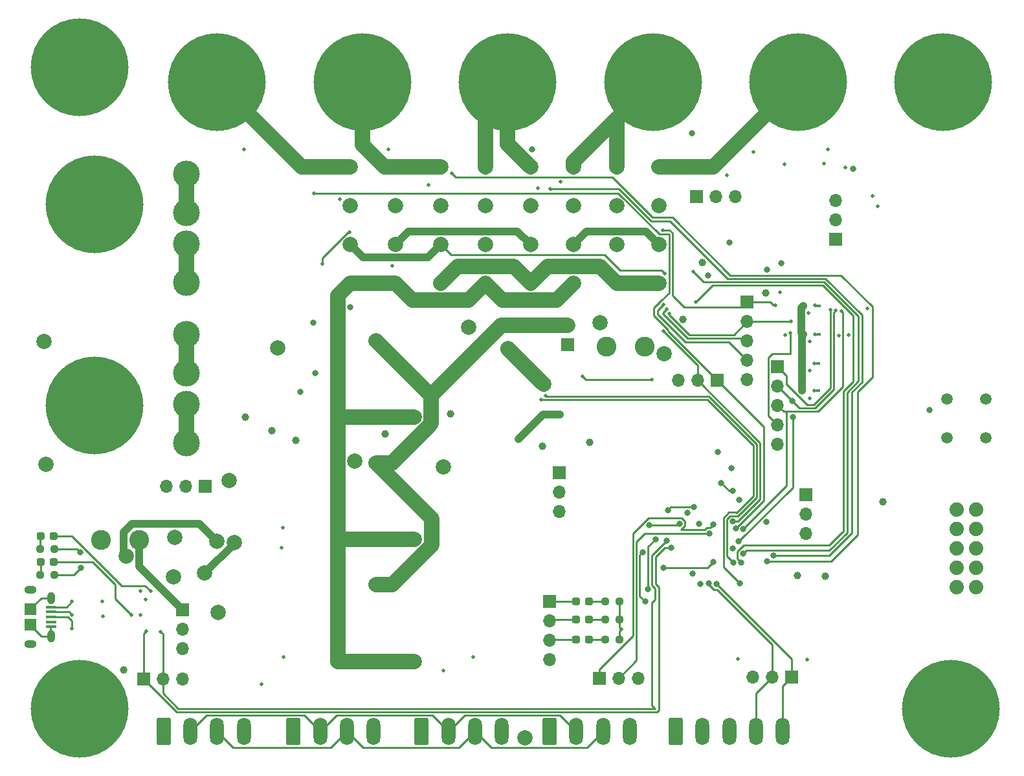
<source format=gbr>
%TF.GenerationSoftware,KiCad,Pcbnew,7.0.9-7.0.9~ubuntu22.04.1*%
%TF.CreationDate,2023-11-29T19:20:39+01:00*%
%TF.ProjectId,battery-management-system,62617474-6572-4792-9d6d-616e6167656d,rev?*%
%TF.SameCoordinates,Original*%
%TF.FileFunction,Copper,L1,Top*%
%TF.FilePolarity,Positive*%
%FSLAX46Y46*%
G04 Gerber Fmt 4.6, Leading zero omitted, Abs format (unit mm)*
G04 Created by KiCad (PCBNEW 7.0.9-7.0.9~ubuntu22.04.1) date 2023-11-29 19:20:39*
%MOMM*%
%LPD*%
G01*
G04 APERTURE LIST*
G04 Aperture macros list*
%AMRoundRect*
0 Rectangle with rounded corners*
0 $1 Rounding radius*
0 $2 $3 $4 $5 $6 $7 $8 $9 X,Y pos of 4 corners*
0 Add a 4 corners polygon primitive as box body*
4,1,4,$2,$3,$4,$5,$6,$7,$8,$9,$2,$3,0*
0 Add four circle primitives for the rounded corners*
1,1,$1+$1,$2,$3*
1,1,$1+$1,$4,$5*
1,1,$1+$1,$6,$7*
1,1,$1+$1,$8,$9*
0 Add four rect primitives between the rounded corners*
20,1,$1+$1,$2,$3,$4,$5,0*
20,1,$1+$1,$4,$5,$6,$7,0*
20,1,$1+$1,$6,$7,$8,$9,0*
20,1,$1+$1,$8,$9,$2,$3,0*%
G04 Aperture macros list end*
%TA.AperFunction,ComponentPad*%
%ADD10C,3.500000*%
%TD*%
%TA.AperFunction,SMDPad,CuDef*%
%ADD11RoundRect,0.237500X0.250000X0.237500X-0.250000X0.237500X-0.250000X-0.237500X0.250000X-0.237500X0*%
%TD*%
%TA.AperFunction,ComponentPad*%
%ADD12C,2.000000*%
%TD*%
%TA.AperFunction,ComponentPad*%
%ADD13RoundRect,0.250000X-0.650000X-1.550000X0.650000X-1.550000X0.650000X1.550000X-0.650000X1.550000X0*%
%TD*%
%TA.AperFunction,ComponentPad*%
%ADD14O,1.800000X3.600000*%
%TD*%
%TA.AperFunction,SMDPad,CuDef*%
%ADD15R,0.600000X0.450000*%
%TD*%
%TA.AperFunction,SMDPad,CuDef*%
%ADD16RoundRect,0.237500X0.287500X0.237500X-0.287500X0.237500X-0.287500X-0.237500X0.287500X-0.237500X0*%
%TD*%
%TA.AperFunction,ComponentPad*%
%ADD17C,6.800000*%
%TD*%
%TA.AperFunction,SMDPad,CuDef*%
%ADD18C,12.800000*%
%TD*%
%TA.AperFunction,ComponentPad*%
%ADD19R,1.700000X1.700000*%
%TD*%
%TA.AperFunction,ComponentPad*%
%ADD20O,1.700000X1.700000*%
%TD*%
%TA.AperFunction,ComponentPad*%
%ADD21C,1.500000*%
%TD*%
%TA.AperFunction,ComponentPad*%
%ADD22C,2.600000*%
%TD*%
%TA.AperFunction,SMDPad,CuDef*%
%ADD23RoundRect,0.237500X-0.250000X-0.237500X0.250000X-0.237500X0.250000X0.237500X-0.250000X0.237500X0*%
%TD*%
%TA.AperFunction,ComponentPad*%
%ADD24C,12.800000*%
%TD*%
%TA.AperFunction,ComponentPad*%
%ADD25C,1.879600*%
%TD*%
%TA.AperFunction,SMDPad,CuDef*%
%ADD26R,1.350000X0.400000*%
%TD*%
%TA.AperFunction,ComponentPad*%
%ADD27O,1.000000X1.600000*%
%TD*%
%TA.AperFunction,ComponentPad*%
%ADD28O,1.600000X1.000000*%
%TD*%
%TA.AperFunction,SMDPad,CuDef*%
%ADD29R,1.550000X1.500000*%
%TD*%
%TA.AperFunction,ViaPad*%
%ADD30C,0.800000*%
%TD*%
%TA.AperFunction,ViaPad*%
%ADD31C,0.500000*%
%TD*%
%TA.AperFunction,ViaPad*%
%ADD32C,1.000000*%
%TD*%
%TA.AperFunction,ViaPad*%
%ADD33C,2.000000*%
%TD*%
%TA.AperFunction,Conductor*%
%ADD34C,0.250000*%
%TD*%
%TA.AperFunction,Conductor*%
%ADD35C,1.000000*%
%TD*%
%TA.AperFunction,Conductor*%
%ADD36C,2.000000*%
%TD*%
G04 APERTURE END LIST*
D10*
%TO.P,F1,1*%
%TO.N,Net-(J6-Pin_1)*%
X42000000Y-42000000D03*
X42000000Y-47080000D03*
%TO.P,F1,2*%
%TO.N,Net-(D13-K)*%
X42000000Y-51140000D03*
X42000000Y-56220000D03*
%TD*%
D11*
%TO.P,R19,1*%
%TO.N,/5V_USB*%
X24712500Y-94500000D03*
%TO.P,R19,2*%
%TO.N,Net-(D7-A)*%
X22887500Y-94500000D03*
%TD*%
D12*
%TO.P,SW6,1,-*%
%TO.N,/Battery Pack/CELL3_MINUS*%
X87000000Y-41080000D03*
%TO.P,SW6,2,+*%
%TO.N,/5V*%
X87000000Y-46160000D03*
%TO.P,SW6,6,-*%
%TO.N,/Cell Balancing/CELL3*%
X87000000Y-51240000D03*
%TO.P,SW6,7,+*%
%TO.N,Net-(Q11-S)*%
X87000000Y-56320000D03*
%TD*%
D13*
%TO.P,J9,1,Pin_1*%
%TO.N,GND*%
X106000000Y-115000000D03*
D14*
%TO.P,J9,2,Pin_2*%
%TO.N,/5V*%
X109500000Y-115000000D03*
%TO.P,J9,3,Pin_3*%
%TO.N,/5V_EXT*%
X113000000Y-115000000D03*
%TO.P,J9,4,Pin_4*%
%TO.N,/Interconnect/UART_RX*%
X116500000Y-115000000D03*
%TO.P,J9,5,Pin_5*%
%TO.N,/Interconnect/UART_TX*%
X120000000Y-115000000D03*
%TD*%
D15*
%TO.P,D17,1,K*%
%TO.N,/5V*%
X122650000Y-63000000D03*
%TO.P,D17,2,A*%
%TO.N,/Cell Balancing/CELL2*%
X124750000Y-63000000D03*
%TD*%
D13*
%TO.P,J18,1,Pin_1*%
%TO.N,/3V3*%
X89500000Y-115000000D03*
D14*
%TO.P,J18,2,Pin_2*%
%TO.N,/MCU/SCL*%
X93000000Y-115000000D03*
%TO.P,J18,3,Pin_3*%
%TO.N,/MCU/SDA*%
X96500000Y-115000000D03*
%TO.P,J18,4,Pin_4*%
%TO.N,GND*%
X100000000Y-115000000D03*
%TD*%
D16*
%TO.P,D7,1,K*%
%TO.N,Net-(D7-K)*%
X24675000Y-92800000D03*
%TO.P,D7,2,A*%
%TO.N,Net-(D7-A)*%
X22925000Y-92800000D03*
%TD*%
D13*
%TO.P,J15,1,Pin_1*%
%TO.N,/3V3*%
X39000000Y-115000000D03*
D14*
%TO.P,J15,2,Pin_2*%
%TO.N,/MCU/SCL*%
X42500000Y-115000000D03*
%TO.P,J15,3,Pin_3*%
%TO.N,/MCU/SDA*%
X46000000Y-115000000D03*
%TO.P,J15,4,Pin_4*%
%TO.N,GND*%
X49500000Y-115000000D03*
%TD*%
D17*
%TO.P,J5,1,Pin_1*%
%TO.N,/Battery Pack/CELL1_MINUS*%
X122000000Y-30000000D03*
D18*
X122000000Y-30000000D03*
%TD*%
D16*
%TO.P,D6,1,K*%
%TO.N,Net-(D6-K)*%
X24675000Y-89400000D03*
%TO.P,D6,2,A*%
%TO.N,Net-(D6-A)*%
X22925000Y-89400000D03*
%TD*%
D19*
%TO.P,J19,1,Pin_1*%
%TO.N,/CHARGE*%
X111400000Y-69000000D03*
D20*
%TO.P,J19,2,Pin_2*%
%TO.N,/DISCHARGE*%
X108860000Y-69000000D03*
%TO.P,J19,3,Pin_3*%
%TO.N,GND*%
X106320000Y-69000000D03*
%TD*%
D12*
%TO.P,SW3,1,-*%
%TO.N,/Battery Pack/CELL2_MINUS*%
X98300000Y-41080000D03*
%TO.P,SW3,2,+*%
%TO.N,/5V*%
X98300000Y-46160000D03*
%TO.P,SW3,6,-*%
%TO.N,/Cell Balancing/CELL2*%
X98300000Y-51240000D03*
%TO.P,SW3,7,+*%
%TO.N,Net-(Q11-S)*%
X98300000Y-56320000D03*
%TD*%
D10*
%TO.P,F2,1*%
%TO.N,Net-(J10-Pin_1)*%
X42000000Y-63000000D03*
X42000000Y-68080000D03*
%TO.P,F2,2*%
%TO.N,Net-(D14-K)*%
X42000000Y-72140000D03*
X42000000Y-77220000D03*
%TD*%
D21*
%TO.P,RESET1,1,A*%
%TO.N,GND*%
X146540000Y-76540000D03*
%TO.P,RESET1,2,A*%
X146540000Y-71460000D03*
%TO.P,RESET1,3,B*%
%TO.N,/MCU/NRST*%
X141460000Y-76540000D03*
%TO.P,RESET1,4,B*%
X141460000Y-71460000D03*
%TD*%
D12*
%TO.P,C32,1*%
%TO.N,/BALANCE_CAP_MINUS_RAW*%
X66800000Y-95800000D03*
%TO.P,C32,2*%
%TO.N,/BALANCE_CAP_PLUS_RAW*%
X61800000Y-105800000D03*
%TO.P,C32,3*%
X71800000Y-105800000D03*
%TD*%
D15*
%TO.P,D18,1,K*%
%TO.N,/5V*%
X122550000Y-66800000D03*
%TO.P,D18,2,A*%
%TO.N,/Cell Balancing/CELL3*%
X124650000Y-66800000D03*
%TD*%
D17*
%TO.P,J1,1,Pin_1*%
%TO.N,/Battery Pack/PACK*%
X46000000Y-30000000D03*
D18*
X46000000Y-30000000D03*
%TD*%
D17*
%TO.P,J10,1,Pin_1*%
%TO.N,Net-(J10-Pin_1)*%
X30000000Y-72300000D03*
D18*
X30000000Y-72300000D03*
%TD*%
D22*
%TO.P,L1,1,1*%
%TO.N,Net-(J24-Pin_1)*%
X35800000Y-89900000D03*
%TO.P,L1,2,2*%
%TO.N,Net-(U1-SW)*%
X30800000Y-89900000D03*
%TD*%
D15*
%TO.P,D19,1,K*%
%TO.N,/5V*%
X122550000Y-70400000D03*
%TO.P,D19,2,A*%
%TO.N,/Cell Balancing/CELL4*%
X124650000Y-70400000D03*
%TD*%
D12*
%TO.P,C30,1*%
%TO.N,/BALANCE_CAP_MINUS_RAW*%
X66800000Y-63800000D03*
%TO.P,C30,2*%
%TO.N,/BALANCE_CAP_PLUS_RAW*%
X61800000Y-73800000D03*
%TO.P,C30,3*%
X71800000Y-73800000D03*
%TD*%
%TO.P,SW1,1,-*%
%TO.N,/Battery Pack/CELL1_MINUS*%
X103800000Y-41080000D03*
%TO.P,SW1,2,+*%
%TO.N,/5V*%
X103800000Y-46160000D03*
%TO.P,SW1,6,-*%
%TO.N,/Cell Balancing/CELL1*%
X103800000Y-51240000D03*
%TO.P,SW1,7,+*%
%TO.N,Net-(Q11-S)*%
X103800000Y-56320000D03*
%TD*%
D19*
%TO.P,J22,1,Pin_1*%
%TO.N,/EN_CELL_BALANCING*%
X119300000Y-67200000D03*
D20*
%TO.P,J22,2,Pin_2*%
%TO.N,/CELL_BALANCING_A0*%
X119300000Y-69740000D03*
%TO.P,J22,3,Pin_3*%
%TO.N,/CELL_BALANCING_A1*%
X119300000Y-72280000D03*
%TO.P,J22,4,Pin_4*%
%TO.N,/LIMIT_BALANCING_CURRENT*%
X119300000Y-74820000D03*
%TO.P,J22,5,Pin_5*%
%TO.N,GND*%
X119300000Y-77360000D03*
%TD*%
D16*
%TO.P,D10,1,K*%
%TO.N,Net-(D10-K)*%
X94675000Y-97960000D03*
%TO.P,D10,2,A*%
%TO.N,/MCU/LED1*%
X92925000Y-97960000D03*
%TD*%
D19*
%TO.P,J11,1,Pin_1*%
%TO.N,/MCU/SCL*%
X95975000Y-108000000D03*
D20*
%TO.P,J11,2,Pin_2*%
%TO.N,/MCU/SDA*%
X98515000Y-108000000D03*
%TO.P,J11,3,Pin_3*%
%TO.N,GND*%
X101055000Y-108000000D03*
%TD*%
D23*
%TO.P,R32,1*%
%TO.N,Net-(D10-K)*%
X96787500Y-97960000D03*
%TO.P,R32,2*%
%TO.N,GND*%
X98612500Y-97960000D03*
%TD*%
D19*
%TO.P,J12,1,Pin_1*%
%TO.N,/3V3*%
X123000000Y-84000000D03*
D20*
%TO.P,J12,2,Pin_2*%
%TO.N,Net-(J12-Pin_2)*%
X123000000Y-86540000D03*
%TO.P,J12,3,Pin_3*%
%TO.N,GND*%
X123000000Y-89080000D03*
%TD*%
D13*
%TO.P,J17,1,Pin_1*%
%TO.N,/3V3*%
X72767500Y-115000000D03*
D14*
%TO.P,J17,2,Pin_2*%
%TO.N,/MCU/SCL*%
X76267500Y-115000000D03*
%TO.P,J17,3,Pin_3*%
%TO.N,/MCU/SDA*%
X79767500Y-115000000D03*
%TO.P,J17,4,Pin_4*%
%TO.N,GND*%
X83267500Y-115000000D03*
%TD*%
D12*
%TO.P,C31,1*%
%TO.N,/BALANCE_CAP_MINUS_RAW*%
X66800000Y-79800000D03*
%TO.P,C31,2*%
%TO.N,/BALANCE_CAP_PLUS_RAW*%
X61800000Y-89800000D03*
%TO.P,C31,3*%
X71800000Y-89800000D03*
%TD*%
D19*
%TO.P,J23,1,Pin_1*%
%TO.N,Net-(J23-Pin_1)*%
X91900000Y-64375000D03*
D20*
%TO.P,J23,2,Pin_2*%
%TO.N,/BALANCE_CAP_MINUS_RAW*%
X91900000Y-61835000D03*
%TD*%
D13*
%TO.P,J16,1,Pin_1*%
%TO.N,/3V3*%
X56000000Y-115000000D03*
D14*
%TO.P,J16,2,Pin_2*%
%TO.N,/MCU/SCL*%
X59500000Y-115000000D03*
%TO.P,J16,3,Pin_3*%
%TO.N,/MCU/SDA*%
X63000000Y-115000000D03*
%TO.P,J16,4,Pin_4*%
%TO.N,GND*%
X66500000Y-115000000D03*
%TD*%
D19*
%TO.P,J21,1,Pin_1*%
%TO.N,/MCU/UART_USB_TX*%
X36400000Y-108100000D03*
D20*
%TO.P,J21,2,Pin_2*%
%TO.N,/MCU/UART_USB_RX*%
X38940000Y-108100000D03*
%TO.P,J21,3,Pin_3*%
%TO.N,GND*%
X41480000Y-108100000D03*
%TD*%
D19*
%TO.P,J14,1,Pin_1*%
%TO.N,Net-(J14-Pin_1)*%
X44425000Y-82900000D03*
D20*
%TO.P,J14,2,Pin_2*%
%TO.N,/-5V*%
X41885000Y-82900000D03*
%TO.P,J14,3,Pin_3*%
%TO.N,GND*%
X39345000Y-82900000D03*
%TD*%
D17*
%TO.P,J6,1,Pin_1*%
%TO.N,Net-(J6-Pin_1)*%
X30000000Y-46000000D03*
D18*
X30000000Y-46000000D03*
%TD*%
D19*
%TO.P,J24,1,Pin_1*%
%TO.N,Net-(J24-Pin_1)*%
X41500000Y-99075000D03*
D20*
%TO.P,J24,2,Pin_2*%
%TO.N,/3V3*%
X41500000Y-101615000D03*
%TO.P,J24,3,Pin_3*%
%TO.N,GND*%
X41500000Y-104155000D03*
%TD*%
D11*
%TO.P,R18,1*%
%TO.N,/5V_USB*%
X24712500Y-91100000D03*
%TO.P,R18,2*%
%TO.N,Net-(D6-A)*%
X22887500Y-91100000D03*
%TD*%
D17*
%TO.P,J3,1,Pin_1*%
%TO.N,/Battery Pack/CELL3_MINUS*%
X84000000Y-30000000D03*
D18*
X84000000Y-30000000D03*
%TD*%
D19*
%TO.P,J20,1,Pin_1*%
%TO.N,/Interconnect/UART_TX*%
X121125000Y-107900000D03*
D20*
%TO.P,J20,2,Pin_2*%
%TO.N,/Interconnect/UART_RX*%
X118585000Y-107900000D03*
%TO.P,J20,3,Pin_3*%
%TO.N,GND*%
X116045000Y-107900000D03*
%TD*%
D24*
%TO.P,H2,1,1*%
%TO.N,GND*%
X28000000Y-112000000D03*
%TD*%
D23*
%TO.P,R34,1*%
%TO.N,Net-(D12-K)*%
X96787500Y-102960000D03*
%TO.P,R34,2*%
%TO.N,GND*%
X98612500Y-102960000D03*
%TD*%
D24*
%TO.P,H3,1,1*%
%TO.N,GND*%
X142000000Y-112000000D03*
%TD*%
D16*
%TO.P,D11,1,K*%
%TO.N,Net-(D11-K)*%
X94675000Y-100360000D03*
%TO.P,D11,2,A*%
%TO.N,/MCU/LED2*%
X92925000Y-100360000D03*
%TD*%
D12*
%TO.P,SW2,1,-*%
%TO.N,/Battery Pack/CELL2_MINUS*%
X92600000Y-41080000D03*
%TO.P,SW2,2,+*%
%TO.N,/5V*%
X92600000Y-46160000D03*
%TO.P,SW2,6,-*%
%TO.N,/Cell Balancing/CELL1*%
X92600000Y-51240000D03*
%TO.P,SW2,7,+*%
%TO.N,/BALANCE_CAP_PLUS_RAW*%
X92600000Y-56320000D03*
%TD*%
D25*
%TO.P,U5,GND@1,GND*%
%TO.N,GND*%
X142730000Y-88460000D03*
%TO.P,U5,GND@2,GND*%
X142730000Y-91000000D03*
%TO.P,U5,GND@3,GND*%
X142730000Y-96080000D03*
%TO.P,U5,RESET,RESET*%
%TO.N,/MCU/NRST*%
X145270000Y-96080000D03*
%TO.P,U5,RXI,RXI*%
%TO.N,unconnected-(U5-PadRXI)*%
X142730000Y-93540000D03*
%TO.P,U5,SWCLK,SWCLK*%
%TO.N,/MCU/SWCLK*%
X145270000Y-88460000D03*
%TO.P,U5,SWDIO,SWDIO*%
%TO.N,/MCU/SWDIO*%
X145270000Y-85920000D03*
%TO.P,U5,SWO,SWO*%
%TO.N,unconnected-(U5-PadSWO)*%
X145270000Y-91000000D03*
%TO.P,U5,TXO,TXO*%
%TO.N,unconnected-(U5-PadTXO)*%
X145270000Y-93540000D03*
%TO.P,U5,VREF,VREF*%
%TO.N,/3V3*%
X142730000Y-85920000D03*
%TD*%
D17*
%TO.P,J2,1,Pin_1*%
%TO.N,/Battery Pack/CELL4_MINUS*%
X65000000Y-30000000D03*
D18*
X65000000Y-30000000D03*
%TD*%
D22*
%TO.P,L2,1,1*%
%TO.N,Net-(J25-Pin_1)*%
X101900000Y-64600000D03*
%TO.P,L2,2,2*%
%TO.N,Net-(U2-SW)*%
X96900000Y-64600000D03*
%TD*%
D19*
%TO.P,J13,1,Pin_1*%
%TO.N,/MCU/LED1*%
X89500000Y-97960000D03*
D20*
%TO.P,J13,2,Pin_2*%
%TO.N,/MCU/LED2*%
X89500000Y-100500000D03*
%TO.P,J13,3,Pin_3*%
%TO.N,/MCU/LED3*%
X89500000Y-103040000D03*
%TO.P,J13,4,Pin_4*%
%TO.N,GND*%
X89500000Y-105580000D03*
%TD*%
D15*
%TO.P,D16,1,K*%
%TO.N,/5V*%
X122650000Y-59300000D03*
%TO.P,D16,2,A*%
%TO.N,/Cell Balancing/CELL1*%
X124750000Y-59300000D03*
%TD*%
D19*
%TO.P,J26,1,Pin_1*%
%TO.N,Net-(D25-K)*%
X108675000Y-45000000D03*
D20*
%TO.P,J26,2,Pin_2*%
%TO.N,/18V*%
X111215000Y-45000000D03*
%TO.P,J26,3,Pin_3*%
%TO.N,GND*%
X113755000Y-45000000D03*
%TD*%
D23*
%TO.P,R33,1*%
%TO.N,Net-(D11-K)*%
X96787500Y-100360000D03*
%TO.P,R33,2*%
%TO.N,GND*%
X98612500Y-100360000D03*
%TD*%
D16*
%TO.P,D12,1,K*%
%TO.N,Net-(D12-K)*%
X94675000Y-102960000D03*
%TO.P,D12,2,A*%
%TO.N,/MCU/LED3*%
X92925000Y-102960000D03*
%TD*%
D26*
%TO.P,J7,1,VCC*%
%TO.N,Net-(J7-VCC)*%
X24275000Y-98700000D03*
%TO.P,J7,2,D-*%
%TO.N,Net-(J7-D-)*%
X24275000Y-99350000D03*
%TO.P,J7,3,D+*%
%TO.N,Net-(J7-D+)*%
X24275000Y-100000000D03*
%TO.P,J7,4,ID*%
%TO.N,unconnected-(J7-ID-Pad4)*%
X24275000Y-100650000D03*
%TO.P,J7,5,GND*%
%TO.N,GND*%
X24275000Y-101300000D03*
D27*
%TO.P,J7,S1,SHIELD*%
X24300000Y-97500000D03*
%TO.P,J7,S2,SHIELD*%
X24300000Y-102500000D03*
D28*
%TO.P,J7,S3,SHIELD*%
X21600000Y-96475000D03*
D29*
%TO.P,J7,S4,SHIELD*%
X21600000Y-99000000D03*
%TO.P,J7,S5,SHIELD*%
X21600000Y-101000000D03*
D28*
%TO.P,J7,S6,SHIELD*%
X21600000Y-103525000D03*
%TD*%
D17*
%TO.P,J8,1,Pin_1*%
%TO.N,GND*%
X141000000Y-30000000D03*
D18*
X141000000Y-30000000D03*
%TD*%
D19*
%TO.P,J27,1,Pin_1*%
%TO.N,/Cell Balancing/CELL1*%
X115300000Y-58800000D03*
D20*
%TO.P,J27,2,Pin_2*%
%TO.N,/Cell Balancing/CELL2*%
X115300000Y-61340000D03*
%TO.P,J27,3,Pin_3*%
%TO.N,/Cell Balancing/CELL3*%
X115300000Y-63880000D03*
%TO.P,J27,4,Pin_4*%
%TO.N,/Cell Balancing/CELL4*%
X115300000Y-66420000D03*
%TO.P,J27,5,Pin_5*%
%TO.N,GND*%
X115300000Y-68960000D03*
%TD*%
D12*
%TO.P,SW7,1,-*%
%TO.N,/Battery Pack/PACK*%
X63400000Y-41080000D03*
%TO.P,SW7,2,+*%
%TO.N,/5V*%
X63400000Y-46160000D03*
%TO.P,SW7,6,-*%
%TO.N,/Cell Balancing/CELL4*%
X63400000Y-51240000D03*
%TO.P,SW7,7,+*%
%TO.N,/BALANCE_CAP_PLUS_RAW*%
X63400000Y-56320000D03*
%TD*%
%TO.P,SW8,1,-*%
%TO.N,/Battery Pack/CELL4_MINUS*%
X75300000Y-41080000D03*
%TO.P,SW8,2,+*%
%TO.N,/5V*%
X75300000Y-46160000D03*
%TO.P,SW8,6,-*%
%TO.N,/Cell Balancing/CELL4*%
X75300000Y-51240000D03*
%TO.P,SW8,7,+*%
%TO.N,Net-(Q11-S)*%
X75300000Y-56320000D03*
%TD*%
D17*
%TO.P,J4,1,Pin_1*%
%TO.N,/Battery Pack/CELL2_MINUS*%
X103000000Y-30000000D03*
D18*
X103000000Y-30000000D03*
%TD*%
D24*
%TO.P,H1,1,1*%
%TO.N,GND*%
X28000000Y-28000000D03*
%TD*%
D19*
%TO.P,J28,1,Pin_1*%
%TO.N,/Power Supply/9V4*%
X126900000Y-50525000D03*
D20*
%TO.P,J28,2,Pin_2*%
%TO.N,Net-(D24-A)*%
X126900000Y-47985000D03*
%TO.P,J28,3,Pin_3*%
%TO.N,GND*%
X126900000Y-45445000D03*
%TD*%
D12*
%TO.P,SW5,1,-*%
%TO.N,/Battery Pack/CELL4_MINUS*%
X69300000Y-41080000D03*
%TO.P,SW5,2,+*%
%TO.N,/5V*%
X69300000Y-46160000D03*
%TO.P,SW5,6,-*%
%TO.N,/Cell Balancing/CELL3*%
X69300000Y-51240000D03*
%TO.P,SW5,7,+*%
%TO.N,/BALANCE_CAP_PLUS_RAW*%
X69300000Y-56320000D03*
%TD*%
%TO.P,SW4,1,-*%
%TO.N,/Battery Pack/CELL3_MINUS*%
X81100000Y-41080000D03*
%TO.P,SW4,2,+*%
%TO.N,/5V*%
X81100000Y-46160000D03*
%TO.P,SW4,6,-*%
%TO.N,/Cell Balancing/CELL2*%
X81100000Y-51240000D03*
%TO.P,SW4,7,+*%
%TO.N,/BALANCE_CAP_PLUS_RAW*%
X81100000Y-56320000D03*
%TD*%
D19*
%TO.P,J25,1,Pin_1*%
%TO.N,Net-(J25-Pin_1)*%
X90800000Y-81100000D03*
D20*
%TO.P,J25,2,Pin_2*%
%TO.N,Net-(D20-A)*%
X90800000Y-83640000D03*
%TO.P,J25,3,Pin_3*%
%TO.N,GND*%
X90800000Y-86180000D03*
%TD*%
D30*
%TO.N,/-5V*%
X58800000Y-68100000D03*
D31*
X120200000Y-40700000D03*
X88000000Y-43900000D03*
X73700000Y-43400000D03*
X128212483Y-41187517D03*
D32*
X49700000Y-73800000D03*
D33*
%TO.N,GND*%
X23400000Y-63900000D03*
D30*
X129239831Y-41301484D03*
D32*
X56300000Y-76900000D03*
X88537715Y-77662285D03*
D31*
X123500000Y-67700000D03*
D30*
X87200000Y-38800000D03*
X114264751Y-84638705D03*
X109200000Y-95700000D03*
D31*
X68900000Y-54000000D03*
X120300000Y-63100000D03*
X31000000Y-98000000D03*
X36700000Y-97700000D03*
D33*
X96100000Y-61500000D03*
D32*
X109500000Y-53600000D03*
D30*
X108100000Y-36700000D03*
X63405799Y-59406299D03*
D33*
X40340820Y-94769001D03*
D32*
X133131250Y-84931250D03*
D31*
X125400000Y-40600000D03*
D32*
X125600000Y-94700000D03*
D30*
X117900000Y-54525500D03*
D31*
X112675500Y-42149500D03*
D32*
X76500000Y-73400000D03*
D30*
X58600000Y-61500000D03*
D31*
X131100000Y-59600000D03*
D30*
X113315825Y-80528022D03*
D33*
X78873498Y-62035134D03*
D31*
X36000000Y-99700000D03*
X123500000Y-63900000D03*
D32*
X53200000Y-75600000D03*
D33*
X23600000Y-80000000D03*
D30*
X109042185Y-87772866D03*
D31*
X123400000Y-60200000D03*
X123500000Y-71400000D03*
X128600000Y-63100000D03*
X62100000Y-45300000D03*
X75595000Y-107000000D03*
D32*
X94700000Y-77100000D03*
D33*
X40431250Y-89568750D03*
D31*
X54695000Y-105242500D03*
X98903721Y-101596279D03*
X116200000Y-39100000D03*
X31100000Y-99900000D03*
D33*
X104483099Y-65560855D03*
D31*
X49500000Y-38800000D03*
D30*
X113480106Y-90986171D03*
D33*
X46156547Y-99374500D03*
D31*
X54600000Y-88300000D03*
X68400000Y-38800000D03*
D33*
%TO.N,Net-(U1-SW)*%
X46000000Y-90100000D03*
X34080141Y-92053512D03*
D30*
%TO.N,/5V_USB*%
X28087701Y-91512299D03*
X28200000Y-93524500D03*
D33*
X63999500Y-79600000D03*
D31*
X36000000Y-96600000D03*
D30*
%TO.N,/3V3*%
X111500000Y-78400000D03*
X139200000Y-72900000D03*
D31*
X123200000Y-105600000D03*
X51800000Y-108800000D03*
X131700000Y-44900000D03*
X114100000Y-105500000D03*
D32*
X33800000Y-106900000D03*
D31*
X132400000Y-46200000D03*
X127300000Y-63200000D03*
X54400000Y-90900000D03*
D32*
X121900000Y-94600000D03*
D31*
X119600000Y-57500000D03*
X79500000Y-105200000D03*
%TO.N,Net-(J7-VCC)*%
X27000000Y-98000000D03*
D33*
%TO.N,Net-(D3-K)*%
X44399499Y-94272011D03*
X48250564Y-90267107D03*
X86300000Y-115800500D03*
D31*
%TO.N,Net-(D6-K)*%
X37300000Y-96600000D03*
%TO.N,Net-(D7-K)*%
X34800000Y-99700000D03*
%TO.N,/PACK_EXT*%
X63300000Y-49600000D03*
D33*
X53900000Y-64800000D03*
X47577263Y-82150498D03*
D31*
X59800000Y-53800000D03*
%TO.N,Net-(J7-D-)*%
X27000000Y-99700000D03*
%TO.N,Net-(J7-D+)*%
X27000000Y-101500000D03*
%TO.N,/MCU/UART_USB_RX*%
X38622500Y-101900000D03*
D30*
X104825049Y-89999549D03*
D31*
%TO.N,/MCU/UART_USB_TX*%
X36717500Y-101870000D03*
D30*
X105400000Y-90900000D03*
%TO.N,/Interconnect/UART_RX*%
X110300000Y-95600000D03*
%TO.N,Net-(J12-Pin_2)*%
X108200000Y-94300000D03*
X107500000Y-86323366D03*
X117822631Y-87522631D03*
D32*
%TO.N,Net-(U2-FB{slash}VOUT)*%
X90815676Y-73478329D03*
X85400000Y-76700000D03*
D30*
%TO.N,/MCU/SCL*%
X110904636Y-87904636D03*
%TO.N,/MCU/SDA*%
X111943750Y-82456250D03*
X110392676Y-89052992D03*
X113474500Y-83500000D03*
%TO.N,/MCU/SWDIO*%
X101673805Y-91500155D03*
X102541495Y-87979571D03*
X106488893Y-87789600D03*
X102000000Y-98000000D03*
%TO.N,/MCU/SWCLK*%
X102397945Y-96375346D03*
X104950500Y-86000000D03*
X108400000Y-85598866D03*
X103337299Y-89837299D03*
%TO.N,/Interconnect/UART_TX*%
X111300000Y-95700000D03*
D31*
%TO.N,/5V*%
X90900000Y-43000000D03*
D32*
X106910000Y-61010000D03*
X122450000Y-60199500D03*
D30*
X56900000Y-70512500D03*
D33*
X75578769Y-80321231D03*
D31*
X125900000Y-38800000D03*
D32*
X67988730Y-76000000D03*
D31*
%TO.N,/Cell Balancing/CELL1*%
X124200000Y-59200000D03*
X119026623Y-59199750D03*
X104313150Y-49325500D03*
%TO.N,/Cell Balancing/CELL2*%
X105175500Y-60322706D03*
X121100000Y-61300000D03*
X124200000Y-63000000D03*
%TO.N,/Cell Balancing/CELL3*%
X104800000Y-59700000D03*
X124100000Y-66800000D03*
D30*
%TO.N,/Cell Measurement/CELL3*%
X117900000Y-92700000D03*
D31*
X76700000Y-41950500D03*
%TO.N,/Cell Measurement/CELL4*%
X108647352Y-58799500D03*
D30*
X114515281Y-92851880D03*
D31*
%TO.N,/Cell Measurement/CELL1*%
X108287940Y-54799303D03*
D30*
X114800000Y-91700000D03*
%TO.N,/Cell Measurement/CELL2*%
X118800000Y-91974500D03*
D31*
X89600000Y-43919177D03*
%TO.N,/Cell Balancing/CELL4*%
X124100000Y-70400000D03*
X104400000Y-59100000D03*
X104550500Y-55000000D03*
%TO.N,/Cell Measurement/BALANCE_CAP_PLUS*%
X88374346Y-71574500D03*
D30*
X114400000Y-95600000D03*
%TO.N,/Cell Measurement/BALANCE_CAP_MINUS*%
X113496164Y-92847317D03*
D31*
X89000000Y-71000000D03*
%TO.N,/CHARGE*%
X58693677Y-44493677D03*
D30*
X113838763Y-88401826D03*
D31*
%TO.N,/DISCHARGE*%
X104400000Y-62600000D03*
D30*
X113421256Y-87493700D03*
D31*
%TO.N,/EN_CELL_BALANCING*%
X126200000Y-59800000D03*
D30*
%TO.N,/CELL_BALANCING_A0*%
X121300000Y-73824500D03*
D31*
X126956233Y-59856233D03*
D30*
X121280000Y-71720000D03*
X114220664Y-90100000D03*
D31*
%TO.N,/CELL_BALANCING_A1*%
X127712082Y-59910306D03*
D30*
X114837113Y-88449809D03*
D31*
%TO.N,/LIMIT_BALANCING_CURRENT*%
X121000000Y-62800000D03*
D30*
%TO.N,/Battery Pack/CHARGE_AVAILABLE*%
X110900032Y-92829328D03*
X104375195Y-93600000D03*
D31*
%TO.N,Net-(Q11-G)*%
X93800000Y-68500000D03*
X102849500Y-68900000D03*
D33*
%TO.N,Net-(Q11-S)*%
X88700000Y-69500000D03*
X84100000Y-64850500D03*
D30*
%TO.N,/Power Supply/9V4*%
X119800000Y-53700000D03*
X110200000Y-55300000D03*
%TO.N,/18V*%
X113000000Y-51000000D03*
D32*
X117800000Y-57600000D03*
%TD*%
D34*
%TO.N,GND*%
X98612500Y-97960000D02*
X98612500Y-100360000D01*
X98612500Y-102960000D02*
X98612500Y-101887500D01*
X24200000Y-102500000D02*
X23000000Y-102500000D01*
X23000000Y-97500000D02*
X24200000Y-97500000D01*
X98612500Y-101887500D02*
X98903721Y-101596279D01*
X24200000Y-102500000D02*
X24200000Y-101325000D01*
X98612500Y-100360000D02*
X98612500Y-101305058D01*
X23000000Y-102500000D02*
X21500000Y-101000000D01*
X21500000Y-99000000D02*
X23000000Y-97500000D01*
X98612500Y-101305058D02*
X98903721Y-101596279D01*
D35*
%TO.N,Net-(U1-SW)*%
X43700000Y-87800000D02*
X46000000Y-90100000D01*
X34080141Y-92053512D02*
X33800000Y-91773371D01*
X34900000Y-87800000D02*
X43700000Y-87800000D01*
X33800000Y-91773371D02*
X33800000Y-88900000D01*
X33800000Y-88900000D02*
X34900000Y-87800000D01*
%TO.N,Net-(J24-Pin_1)*%
X35800000Y-93375000D02*
X41500000Y-99075000D01*
X35800000Y-89900000D02*
X35800000Y-93375000D01*
D36*
%TO.N,/Battery Pack/PACK*%
X57080000Y-41080000D02*
X46000000Y-30000000D01*
X63400000Y-41080000D02*
X57080000Y-41080000D01*
D34*
%TO.N,/5V_USB*%
X24712500Y-91100000D02*
X27675402Y-91100000D01*
X24712500Y-94500000D02*
X27224500Y-94500000D01*
X27224500Y-94500000D02*
X28200000Y-93524500D01*
X27675402Y-91100000D02*
X28087701Y-91512299D01*
D36*
%TO.N,/Battery Pack/CELL4_MINUS*%
X67885787Y-41080000D02*
X65000000Y-38194213D01*
X65000000Y-38194213D02*
X65000000Y-30000000D01*
X69300000Y-41080000D02*
X67885787Y-41080000D01*
X75300000Y-41080000D02*
X69300000Y-41080000D01*
%TO.N,/Battery Pack/CELL3_MINUS*%
X84000000Y-38080000D02*
X84000000Y-30000000D01*
X87000000Y-41080000D02*
X84000000Y-38080000D01*
X81100000Y-41080000D02*
X81100000Y-32900000D01*
X81100000Y-32900000D02*
X84000000Y-30000000D01*
%TO.N,/Battery Pack/CELL2_MINUS*%
X98300000Y-41080000D02*
X98300000Y-34700000D01*
X92600000Y-40400000D02*
X103000000Y-30000000D01*
X92600000Y-41080000D02*
X92600000Y-40400000D01*
X98300000Y-34700000D02*
X103000000Y-30000000D01*
D34*
%TO.N,Net-(J7-VCC)*%
X27000000Y-98000000D02*
X26300000Y-98700000D01*
X26300000Y-98700000D02*
X24175000Y-98700000D01*
D35*
%TO.N,Net-(D3-K)*%
X48250564Y-90420946D02*
X44399499Y-94272011D01*
X48250564Y-90267107D02*
X48250564Y-90420946D01*
D34*
%TO.N,Net-(D6-K)*%
X33500000Y-95900000D02*
X36600000Y-95900000D01*
X24675000Y-89400000D02*
X27000000Y-89400000D01*
X36600000Y-95900000D02*
X37300000Y-96600000D01*
X27000000Y-89400000D02*
X33500000Y-95900000D01*
%TO.N,Net-(D6-A)*%
X22887500Y-91100000D02*
X22887500Y-89437500D01*
X22887500Y-89437500D02*
X22925000Y-89400000D01*
%TO.N,Net-(D7-K)*%
X29700000Y-92800000D02*
X24675000Y-92800000D01*
X32700000Y-97600000D02*
X32700000Y-95800000D01*
X34800000Y-99700000D02*
X32700000Y-97600000D01*
X32700000Y-95800000D02*
X29700000Y-92800000D01*
%TO.N,Net-(D7-A)*%
X22925000Y-94462500D02*
X22887500Y-94500000D01*
X22925000Y-92800000D02*
X22925000Y-94462500D01*
%TO.N,Net-(D10-K)*%
X94675000Y-97960000D02*
X96787500Y-97960000D01*
%TO.N,Net-(D11-K)*%
X94675000Y-100360000D02*
X96787500Y-100360000D01*
D36*
%TO.N,/BALANCE_CAP_MINUS_RAW*%
X74000000Y-71000000D02*
X83165000Y-61835000D01*
X66800000Y-95800000D02*
X68911270Y-95800000D01*
X74100000Y-87100000D02*
X66800000Y-79800000D01*
X83165000Y-61835000D02*
X91900000Y-61835000D01*
X74100000Y-90611270D02*
X74100000Y-87100000D01*
X74000000Y-74711270D02*
X74000000Y-71000000D01*
X68911270Y-95800000D02*
X74100000Y-90611270D01*
X66800000Y-79800000D02*
X68911270Y-79800000D01*
X68911270Y-79800000D02*
X74000000Y-74711270D01*
X74000000Y-71000000D02*
X66800000Y-63800000D01*
D34*
%TO.N,Net-(D12-K)*%
X94675000Y-102960000D02*
X96787500Y-102960000D01*
D36*
%TO.N,/BALANCE_CAP_PLUS_RAW*%
X78900000Y-58520000D02*
X81100000Y-56320000D01*
X61800000Y-73800000D02*
X61800000Y-57920000D01*
X83300000Y-58520000D02*
X90400000Y-58520000D01*
X81100000Y-56320000D02*
X83300000Y-58520000D01*
X71800000Y-89800000D02*
X61800000Y-89800000D01*
X71800000Y-105800000D02*
X61800000Y-105800000D01*
X69300000Y-56320000D02*
X71500000Y-58520000D01*
X61800000Y-57920000D02*
X63400000Y-56320000D01*
X69300000Y-56320000D02*
X63400000Y-56320000D01*
X71500000Y-58520000D02*
X78900000Y-58520000D01*
X90400000Y-58520000D02*
X92600000Y-56320000D01*
X61800000Y-89800000D02*
X61800000Y-105800000D01*
X61800000Y-73800000D02*
X61800000Y-89800000D01*
X61800000Y-73800000D02*
X71800000Y-73800000D01*
%TO.N,Net-(J6-Pin_1)*%
X42000000Y-42000000D02*
X42000000Y-47080000D01*
D34*
%TO.N,/PACK_EXT*%
X59800000Y-52966167D02*
X59800000Y-53800000D01*
X63166167Y-49600000D02*
X59800000Y-52966167D01*
X63300000Y-49600000D02*
X63166167Y-49600000D01*
%TO.N,Net-(J7-D-)*%
X27000000Y-99700000D02*
X26650000Y-99350000D01*
X26650000Y-99350000D02*
X24175000Y-99350000D01*
%TO.N,Net-(J7-D+)*%
X26486827Y-100000000D02*
X24175000Y-100000000D01*
X27000000Y-100513173D02*
X26486827Y-100000000D01*
X27000000Y-101500000D02*
X27000000Y-100513173D01*
%TO.N,/MCU/UART_USB_RX*%
X103325000Y-96275469D02*
X103325000Y-97675000D01*
X38940000Y-108100000D02*
X38940000Y-102217500D01*
X104825049Y-89999549D02*
X102900000Y-91924598D01*
X38940000Y-102217500D02*
X38622500Y-101900000D01*
X103325000Y-111975000D02*
X40911396Y-111975000D01*
X102900000Y-111550000D02*
X103325000Y-111975000D01*
X102900000Y-98100000D02*
X102900000Y-111550000D01*
X102900000Y-91924598D02*
X102900000Y-95850469D01*
X38940000Y-110003604D02*
X38940000Y-108100000D01*
X40911396Y-111975000D02*
X38940000Y-110003604D01*
X102900000Y-95850469D02*
X103325000Y-96275469D01*
X103325000Y-97675000D02*
X102900000Y-98100000D01*
%TO.N,/MCU/UART_USB_TX*%
X104560994Y-90900000D02*
X103350000Y-92110994D01*
X103775000Y-96089073D02*
X103775000Y-112161396D01*
X40725000Y-112425000D02*
X36400000Y-108100000D01*
X103511396Y-112425000D02*
X40725000Y-112425000D01*
X105400000Y-90900000D02*
X104560994Y-90900000D01*
X103350000Y-95664073D02*
X103775000Y-96089073D01*
X103775000Y-112161396D02*
X103511396Y-112425000D01*
X36400000Y-102187500D02*
X36717500Y-101870000D01*
X36400000Y-108100000D02*
X36400000Y-102187500D01*
X103350000Y-92110994D02*
X103350000Y-95664073D01*
%TO.N,/Interconnect/UART_RX*%
X111388604Y-96425000D02*
X118585000Y-103621396D01*
X110999695Y-96425000D02*
X111388604Y-96425000D01*
X110300000Y-95725305D02*
X110999695Y-96425000D01*
X118585000Y-103621396D02*
X118585000Y-107900000D01*
X116500000Y-109985000D02*
X118585000Y-107900000D01*
X110300000Y-95600000D02*
X110300000Y-95725305D01*
X116500000Y-115000000D02*
X116500000Y-109985000D01*
%TO.N,/MCU/LED1*%
X89500000Y-97960000D02*
X92925000Y-97960000D01*
%TO.N,/MCU/LED2*%
X89640000Y-100360000D02*
X89500000Y-100500000D01*
X92925000Y-100360000D02*
X89640000Y-100360000D01*
%TO.N,/MCU/LED3*%
X89580000Y-102960000D02*
X89500000Y-103040000D01*
X92925000Y-102960000D02*
X89580000Y-102960000D01*
D35*
%TO.N,Net-(U2-FB{slash}VOUT)*%
X88621671Y-73478329D02*
X85400000Y-76700000D01*
X90815676Y-73478329D02*
X88621671Y-73478329D01*
D34*
%TO.N,/MCU/SCL*%
X78392500Y-112875000D02*
X76267500Y-115000000D01*
X61625000Y-112875000D02*
X59500000Y-115000000D01*
X100400000Y-102462076D02*
X95975000Y-106887076D01*
X110481280Y-88327992D02*
X110092371Y-88327992D01*
X74142500Y-112875000D02*
X61625000Y-112875000D01*
X110092371Y-88327992D02*
X109817371Y-88602992D01*
X95975000Y-106887076D02*
X95975000Y-108000000D01*
X106700806Y-88602992D02*
X107213893Y-88089905D01*
X59500000Y-115000000D02*
X57375000Y-112875000D01*
X107213893Y-87489295D02*
X106789198Y-87064600D01*
X106789198Y-87064600D02*
X102431161Y-87064600D01*
X76267500Y-115000000D02*
X74142500Y-112875000D01*
X90875000Y-112875000D02*
X78392500Y-112875000D01*
X107213893Y-88089905D02*
X107213893Y-87489295D01*
X110904636Y-87904636D02*
X110481280Y-88327992D01*
X109817371Y-88602992D02*
X106700806Y-88602992D01*
X102431161Y-87064600D02*
X100400000Y-89095761D01*
X57375000Y-112875000D02*
X44625000Y-112875000D01*
X93000000Y-115000000D02*
X90875000Y-112875000D01*
X100400000Y-89095761D02*
X100400000Y-102462076D01*
X44625000Y-112875000D02*
X42500000Y-115000000D01*
%TO.N,/MCU/SDA*%
X63000000Y-115000000D02*
X65125000Y-117125000D01*
X65125000Y-117125000D02*
X77642500Y-117125000D01*
X100850000Y-90150000D02*
X100850000Y-105665000D01*
X110392676Y-89052992D02*
X101947008Y-89052992D01*
X77642500Y-117125000D02*
X79767500Y-115000000D01*
X94375000Y-117125000D02*
X96500000Y-115000000D01*
X46000000Y-115000000D02*
X48125000Y-117125000D01*
X81892500Y-117125000D02*
X94375000Y-117125000D01*
X79767500Y-115000000D02*
X81892500Y-117125000D01*
X60875000Y-117125000D02*
X63000000Y-115000000D01*
X112987500Y-83500000D02*
X111943750Y-82456250D01*
X100850000Y-105665000D02*
X98515000Y-108000000D01*
X113474500Y-83500000D02*
X112987500Y-83500000D01*
X48125000Y-117125000D02*
X60875000Y-117125000D01*
X101947008Y-89052992D02*
X100850000Y-90150000D01*
%TO.N,/MCU/SWDIO*%
X102541495Y-87979571D02*
X106298922Y-87979571D01*
X102000000Y-98000000D02*
X101300000Y-97300000D01*
X106298922Y-87979571D02*
X106488893Y-87789600D01*
X101300000Y-91873960D02*
X101673805Y-91500155D01*
X101300000Y-97300000D02*
X101300000Y-91873960D01*
%TO.N,/MCU/SWCLK*%
X105352134Y-85598366D02*
X108399500Y-85598366D01*
X102397945Y-96375346D02*
X102398305Y-96374986D01*
X102398305Y-90776293D02*
X103337299Y-89837299D01*
X104950500Y-86000000D02*
X105352134Y-85598366D01*
X102398305Y-96374986D02*
X102398305Y-90776293D01*
X108399500Y-85598366D02*
X108400000Y-85598866D01*
%TO.N,/Interconnect/UART_TX*%
X111300000Y-95700000D02*
X121125000Y-105525000D01*
X120000000Y-109025000D02*
X121125000Y-107900000D01*
X121125000Y-105525000D02*
X121125000Y-107900000D01*
X120000000Y-115000000D02*
X120000000Y-109025000D01*
D36*
%TO.N,Net-(J10-Pin_1)*%
X42000000Y-68080000D02*
X42000000Y-63000000D01*
D35*
%TO.N,/5V*%
X122450000Y-59500000D02*
X122450000Y-60199500D01*
X122650000Y-63000000D02*
X122450000Y-62800000D01*
X122450000Y-62800000D02*
X122450000Y-59500000D01*
X122550000Y-63100000D02*
X122650000Y-63000000D01*
X122550000Y-68600000D02*
X122550000Y-66800000D01*
X122550000Y-66800000D02*
X122550000Y-63100000D01*
X122450000Y-59500000D02*
X122650000Y-59300000D01*
X122550000Y-70400000D02*
X122550000Y-68600000D01*
D34*
%TO.N,/Cell Balancing/CELL1*%
X104313150Y-49325500D02*
X105186896Y-49325500D01*
X114700000Y-59400000D02*
X115300000Y-58800000D01*
X118400000Y-58800000D02*
X115300000Y-58800000D01*
D35*
X102100000Y-49540000D02*
X103800000Y-51240000D01*
X92600000Y-51240000D02*
X94300000Y-49540000D01*
D34*
X105575000Y-57875000D02*
X107100000Y-59400000D01*
D35*
X94300000Y-49540000D02*
X102100000Y-49540000D01*
D34*
X124750000Y-59300000D02*
X124300000Y-59300000D01*
X107100000Y-59400000D02*
X114700000Y-59400000D01*
X118800000Y-59200000D02*
X118400000Y-58800000D01*
X105186896Y-49325500D02*
X105575000Y-49713604D01*
X105575000Y-49713604D02*
X105575000Y-57875000D01*
X124300000Y-59300000D02*
X124200000Y-59200000D01*
%TO.N,/Cell Balancing/CELL2*%
X121100000Y-61300000D02*
X121060000Y-61340000D01*
X121060000Y-61340000D02*
X115300000Y-61340000D01*
X105175500Y-60322706D02*
X105175500Y-60442227D01*
X107793273Y-63060000D02*
X113580000Y-63060000D01*
X105175500Y-60442227D02*
X107793273Y-63060000D01*
X113580000Y-63060000D02*
X115300000Y-61340000D01*
X124750000Y-63000000D02*
X124200000Y-63000000D01*
%TO.N,/Cell Balancing/CELL3*%
X114930000Y-63510000D02*
X115300000Y-63880000D01*
X104800000Y-59700000D02*
X104300000Y-60200000D01*
D35*
X85300000Y-49540000D02*
X87000000Y-51240000D01*
D34*
X104300000Y-60260379D02*
X107549621Y-63510000D01*
X124650000Y-66800000D02*
X124100000Y-66800000D01*
D35*
X69300000Y-51240000D02*
X71000000Y-49540000D01*
D34*
X107549621Y-63510000D02*
X114930000Y-63510000D01*
X104300000Y-60200000D02*
X104300000Y-60260379D01*
D35*
X71000000Y-49540000D02*
X85300000Y-49540000D01*
D34*
%TO.N,/Cell Measurement/CELL3*%
X105600000Y-47700000D02*
X113150000Y-55250000D01*
X127563173Y-55250000D02*
X131700000Y-59386827D01*
X77174500Y-42425000D02*
X97711625Y-42425000D01*
X129786396Y-70486396D02*
X129786396Y-89213604D01*
X129786396Y-89213604D02*
X126300000Y-92700000D01*
X97711625Y-42425000D02*
X102986625Y-47700000D01*
X131700000Y-59386827D02*
X131700000Y-68572792D01*
X126300000Y-92700000D02*
X117900000Y-92700000D01*
X113150000Y-55250000D02*
X127563173Y-55250000D01*
X131700000Y-68572792D02*
X129786396Y-70486396D01*
X102986625Y-47700000D02*
X105600000Y-47700000D01*
X76700000Y-41950500D02*
X77174500Y-42425000D01*
%TO.N,/Cell Measurement/CELL4*%
X114075000Y-92411599D02*
X114515281Y-92851880D01*
X125400000Y-90600000D02*
X114874695Y-90600000D01*
X110846852Y-56600000D02*
X125214949Y-56600000D01*
X129175000Y-60560051D02*
X129175000Y-69161396D01*
X114874695Y-90600000D02*
X114075000Y-91399695D01*
X129175000Y-69161396D02*
X127918198Y-70418198D01*
X127800000Y-88900000D02*
X126100000Y-90600000D01*
X108647352Y-58799500D02*
X110846852Y-56600000D01*
X126100000Y-90600000D02*
X125400000Y-90600000D01*
X114075000Y-91399695D02*
X114075000Y-92411599D01*
X127918198Y-70418198D02*
X127918198Y-88781802D01*
X127918198Y-88781802D02*
X127800000Y-88900000D01*
X125214949Y-56600000D02*
X129175000Y-60560051D01*
%TO.N,/Cell Measurement/CELL1*%
X108287940Y-54799303D02*
X109638637Y-56150000D01*
X129900000Y-69100000D02*
X128400000Y-70600000D01*
X126100000Y-91249500D02*
X126000000Y-91249500D01*
X128400000Y-70600000D02*
X128400000Y-88949500D01*
X129900000Y-60648655D02*
X129900000Y-69100000D01*
X128400000Y-88949500D02*
X126100000Y-91249500D01*
X115250500Y-91249500D02*
X114800000Y-91700000D01*
X125401345Y-56150000D02*
X129900000Y-60648655D01*
X126000000Y-91249500D02*
X115250500Y-91249500D01*
X109638637Y-56150000D02*
X118000000Y-56150000D01*
X118000000Y-56150000D02*
X125401345Y-56150000D01*
%TO.N,/Cell Measurement/CELL2*%
X112800000Y-55700000D02*
X125587741Y-55700000D01*
X130350000Y-60462259D02*
X130350000Y-69286396D01*
X130350000Y-69286396D02*
X129068198Y-70568198D01*
X89600000Y-43919177D02*
X98569406Y-43919177D01*
X126074500Y-91974500D02*
X118800000Y-91974500D01*
X129068198Y-88980802D02*
X126074500Y-91974500D01*
X105250000Y-48150000D02*
X112800000Y-55700000D01*
X98569406Y-43919177D02*
X102800229Y-48150000D01*
X129068198Y-70568198D02*
X129068198Y-88980802D01*
X125587741Y-55700000D02*
X130350000Y-60462259D01*
X89600000Y-43919177D02*
X89724500Y-44043677D01*
X102800229Y-48150000D02*
X105250000Y-48150000D01*
%TO.N,/Cell Balancing/CELL4*%
X112930000Y-64050000D02*
X115300000Y-66420000D01*
X76625000Y-52565000D02*
X96665000Y-52565000D01*
X103600000Y-60350431D02*
X107299569Y-64050000D01*
X98700000Y-54600000D02*
X99900000Y-54600000D01*
D35*
X65100000Y-52940000D02*
X63400000Y-51240000D01*
D34*
X107299569Y-64050000D02*
X112930000Y-64050000D01*
D35*
X73600000Y-52940000D02*
X65100000Y-52940000D01*
D34*
X104150500Y-54600000D02*
X104550500Y-55000000D01*
D35*
X75300000Y-51240000D02*
X73600000Y-52940000D01*
D34*
X75300000Y-51240000D02*
X76625000Y-52565000D01*
X96665000Y-52565000D02*
X98700000Y-54600000D01*
X99900000Y-54600000D02*
X104150500Y-54600000D01*
X104400000Y-59100000D02*
X103600000Y-59900000D01*
X124650000Y-70400000D02*
X124100000Y-70400000D01*
X103600000Y-59900000D02*
X103600000Y-60350431D01*
D36*
%TO.N,/Battery Pack/CELL1_MINUS*%
X103800000Y-41080000D02*
X110920000Y-41080000D01*
X110920000Y-41080000D02*
X122000000Y-30000000D01*
D34*
%TO.N,/Cell Measurement/BALANCE_CAP_PLUS*%
X116150000Y-77562792D02*
X116150000Y-84181401D01*
X113907957Y-86318700D02*
X112934555Y-86318700D01*
X112246256Y-93446256D02*
X114400000Y-95600000D01*
X112934555Y-86318700D02*
X112246256Y-87006999D01*
X110161708Y-71574500D02*
X116150000Y-77562792D01*
X113939257Y-86350000D02*
X113907957Y-86318700D01*
X113981401Y-86350000D02*
X113939257Y-86350000D01*
X88374346Y-71574500D02*
X110161708Y-71574500D01*
X116150000Y-84181401D02*
X113981401Y-86350000D01*
X112246256Y-87006999D02*
X112246256Y-93446256D01*
%TO.N,/Cell Measurement/BALANCE_CAP_MINUS*%
X116600000Y-77376396D02*
X116600000Y-84367797D01*
X113120951Y-86768700D02*
X112696256Y-87193395D01*
X112696256Y-92047409D02*
X113496164Y-92847317D01*
X116600000Y-84367797D02*
X114167797Y-86800000D01*
X89124500Y-71124500D02*
X110348104Y-71124500D01*
X112696256Y-87193395D02*
X112696256Y-92047409D01*
X113721561Y-86768700D02*
X113120951Y-86768700D01*
X110348104Y-71124500D02*
X116600000Y-77376396D01*
X89000000Y-71000000D02*
X89124500Y-71124500D01*
X114167797Y-86800000D02*
X113752861Y-86800000D01*
X113752861Y-86800000D02*
X113721561Y-86768700D01*
%TO.N,/CHARGE*%
X104161827Y-58525000D02*
X103150000Y-59536827D01*
X58693677Y-44493677D02*
X98507510Y-44493677D01*
X105125000Y-57575000D02*
X104175000Y-58525000D01*
X98507510Y-44493677D02*
X103913833Y-49900000D01*
X104975000Y-62538604D02*
X111400000Y-68963604D01*
X117500000Y-75100000D02*
X111400000Y-69000000D01*
X111400000Y-68963604D02*
X111400000Y-69000000D01*
X105125000Y-49900000D02*
X105125000Y-57575000D01*
X104975000Y-62361827D02*
X104975000Y-62538604D01*
X103150000Y-59536827D02*
X103150000Y-60536827D01*
X104175000Y-58525000D02*
X104161827Y-58525000D01*
X103150000Y-60536827D02*
X104975000Y-62361827D01*
X103913833Y-49900000D02*
X105125000Y-49900000D01*
X117500000Y-84740589D02*
X117500000Y-75100000D01*
X113838763Y-88401826D02*
X117500000Y-84740589D01*
%TO.N,/DISCHARGE*%
X114110493Y-87493700D02*
X117050000Y-84554193D01*
X104400000Y-62600000D02*
X108860000Y-67060000D01*
X113421256Y-87493700D02*
X114110493Y-87493700D01*
X117050000Y-84554193D02*
X117050000Y-77190000D01*
X108860000Y-67060000D02*
X108860000Y-69000000D01*
X117050000Y-77190000D02*
X108860000Y-69000000D01*
%TO.N,/EN_CELL_BALANCING*%
X126200000Y-70025000D02*
X124025000Y-72200000D01*
X120475000Y-68375000D02*
X119300000Y-67200000D01*
X123183274Y-72200000D02*
X120475000Y-69491726D01*
X124025000Y-72200000D02*
X123183274Y-72200000D01*
X126200000Y-59800000D02*
X126200000Y-70025000D01*
X120475000Y-69491726D02*
X120475000Y-68375000D01*
%TO.N,/CELL_BALANCING_A0*%
X126956233Y-59856233D02*
X126956233Y-59856940D01*
X126650000Y-60163173D02*
X126650000Y-70211396D01*
X121300000Y-83020664D02*
X121300000Y-73824500D01*
X126956233Y-59856940D02*
X126650000Y-60163173D01*
X124211396Y-72650000D02*
X122210000Y-72650000D01*
X122210000Y-72650000D02*
X121280000Y-71720000D01*
X126650000Y-70211396D02*
X124211396Y-72650000D01*
X121280000Y-71720000D02*
X119300000Y-69740000D01*
X114220664Y-90100000D02*
X121300000Y-83020664D01*
%TO.N,/CELL_BALANCING_A1*%
X120500000Y-73300000D02*
X120300000Y-73100000D01*
X127875000Y-60073224D02*
X127875000Y-69825000D01*
X114837113Y-88449809D02*
X120500000Y-82786921D01*
X127712082Y-59910306D02*
X127875000Y-60073224D01*
X124600000Y-73100000D02*
X120300000Y-73100000D01*
X120120000Y-73100000D02*
X119300000Y-72280000D01*
X120300000Y-73100000D02*
X120120000Y-73100000D01*
X120500000Y-82786921D02*
X120500000Y-73300000D01*
X127875000Y-69825000D02*
X124600000Y-73100000D01*
%TO.N,/LIMIT_BALANCING_CURRENT*%
X118125000Y-73645000D02*
X119300000Y-74820000D01*
X118125000Y-66025000D02*
X118125000Y-73645000D01*
X118650000Y-65500000D02*
X118125000Y-66025000D01*
X121000000Y-62800000D02*
X121000000Y-65500000D01*
X121000000Y-65500000D02*
X118650000Y-65500000D01*
%TO.N,/Battery Pack/CHARGE_AVAILABLE*%
X110154360Y-93575000D02*
X104400195Y-93575000D01*
X104400195Y-93575000D02*
X104375195Y-93600000D01*
X110900032Y-92829328D02*
X110154360Y-93575000D01*
%TO.N,Net-(Q11-G)*%
X94200000Y-68900000D02*
X93800000Y-68500000D01*
X102849500Y-68900000D02*
X94200000Y-68900000D01*
D36*
%TO.N,Net-(Q11-S)*%
X89200000Y-54120000D02*
X96100000Y-54120000D01*
X87000000Y-56320000D02*
X89200000Y-54120000D01*
X77500000Y-54120000D02*
X75300000Y-56320000D01*
X98300000Y-56320000D02*
X103800000Y-56320000D01*
X84100000Y-64900000D02*
X88700000Y-69500000D01*
X96100000Y-54120000D02*
X98300000Y-56320000D01*
X87000000Y-56320000D02*
X84800000Y-54120000D01*
X84100000Y-64850500D02*
X84100000Y-64900000D01*
X84800000Y-54120000D02*
X77500000Y-54120000D01*
%TO.N,Net-(D13-K)*%
X42000000Y-51140000D02*
X42000000Y-56220000D01*
%TO.N,Net-(D14-K)*%
X42000000Y-72140000D02*
X42000000Y-77220000D01*
%TD*%
M02*

</source>
